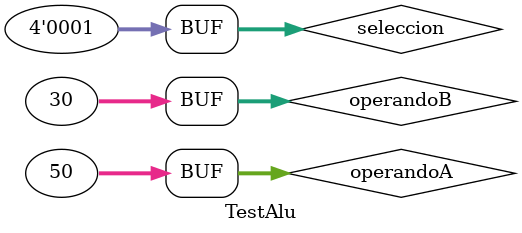
<source format=sv>
module TestAlu();

logic [32-1:0] operandoA, operandoB, resultado;

logic [3:0] seleccion;

logic N, Z, C, V;

ALU #(32) aluProyect(operandoA, operandoB, seleccion, resultado, N, Z, C, V);

initial begin


	operandoA = 32'd30;
	operandoB = 32'd60;
	seleccion = 4'd0;
	#30;
	operandoA = 32'd30;
	operandoB = 32'd60;
	seleccion = 4'd1;

	#30;
	operandoA = 32'd50;
	operandoB = 32'd30;
	seleccion = 4'd1;
	#30;
end

endmodule

</source>
